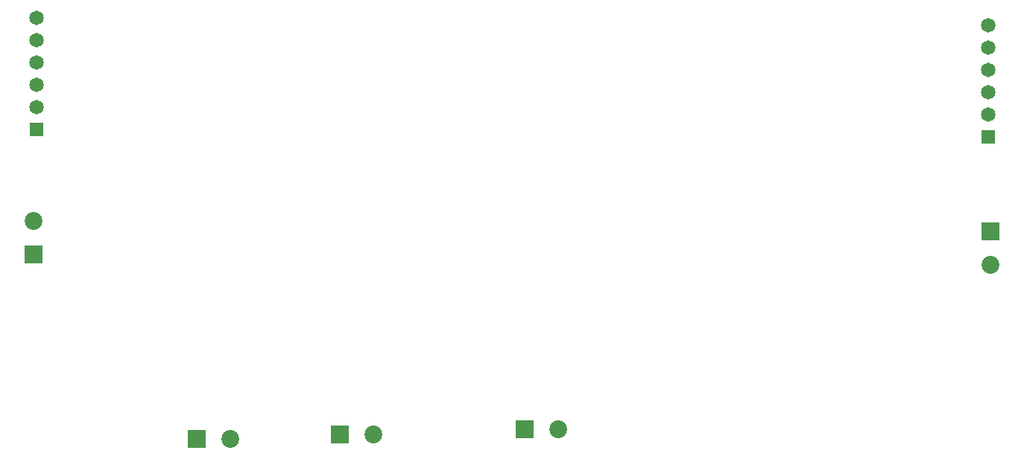
<source format=gbl>
G04*
G04 #@! TF.GenerationSoftware,Altium Limited,Altium Designer,24.0.1 (36)*
G04*
G04 Layer_Physical_Order=2*
G04 Layer_Color=16711680*
%FSLAX25Y25*%
%MOIN*%
G70*
G04*
G04 #@! TF.SameCoordinates,25D60E08-F93C-496E-8ADE-9084BC3AF729*
G04*
G04*
G04 #@! TF.FilePolarity,Positive*
G04*
G01*
G75*
%ADD40R,0.07972X0.07972*%
%ADD41C,0.07972*%
%ADD42R,0.06496X0.06496*%
%ADD43C,0.06496*%
%ADD44R,0.07972X0.07972*%
D40*
X11800Y119600D02*
D03*
X440048Y130114D02*
D03*
D41*
X11800Y134600D02*
D03*
X440048Y115114D02*
D03*
X99800Y36900D02*
D03*
X163900Y39100D02*
D03*
X246600Y41300D02*
D03*
D42*
X438900Y172200D02*
D03*
X13241Y175756D02*
D03*
D43*
X438900Y182200D02*
D03*
Y192200D02*
D03*
Y202200D02*
D03*
Y212200D02*
D03*
Y222200D02*
D03*
X13241Y185756D02*
D03*
Y195756D02*
D03*
Y205756D02*
D03*
Y215756D02*
D03*
Y225756D02*
D03*
D44*
X84800Y36900D02*
D03*
X148900Y39100D02*
D03*
X231600Y41300D02*
D03*
M02*

</source>
